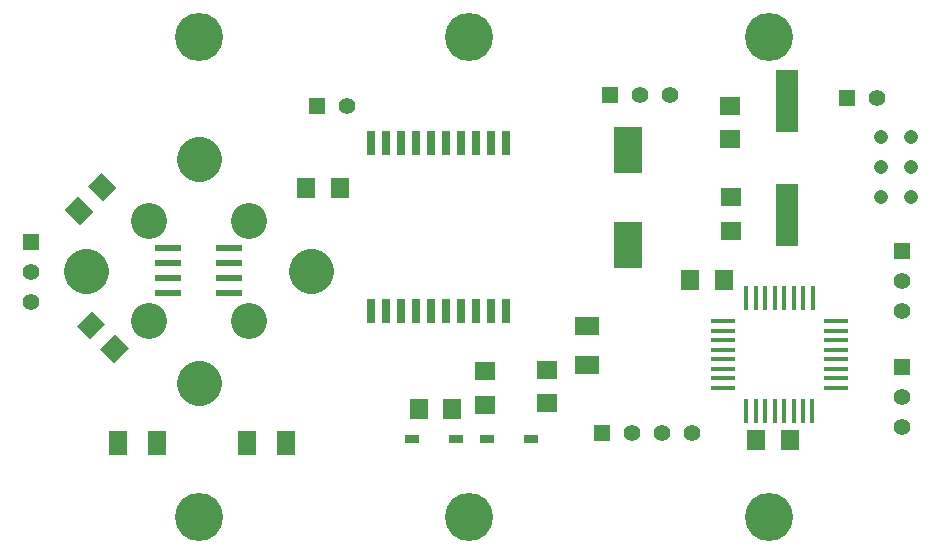
<source format=gts>
G04 ( created by brdgerber.py ( brdgerber.py v0.1 2014-03-12 ) ) date 2021-04-17 02:52:42 EDT*
G04 Gerber Fmt 3.4, Leading zero omitted, Abs format*
%MOIN*%
%FSLAX34Y34*%
G01*
G70*
G90*
G04 APERTURE LIST*
%ADD23R,0.0760X0.2100*%
%ADD19R,0.0787X0.0177*%
%ADD18R,0.0177X0.0787*%
%ADD13R,0.0629X0.0709*%
%ADD10R,0.0866X0.0236*%
%ADD22C,0.0471*%
%ADD12C,0.0550*%
%ADD24C,0.1200*%
%ADD15R,0.0472X0.0275*%
%ADD21R,0.0800X0.0600*%
%ADD11R,0.0550X0.0550*%
%ADD25R,0.0600X0.0800*%
%ADD14R,0.0260X0.0800*%
%ADD20C,0.1500*%
%ADD17R,0.0945X0.1575*%
%ADD26C,0.1600*%
%ADD16R,0.0709X0.0629*%
G04 APERTURE END LIST*
G54D23*
D10*
X00977Y19450D03*
D10*
X03023Y19450D03*
D10*
X00977Y19950D03*
D10*
X00977Y18950D03*
D10*
X00977Y18450D03*
D10*
X03023Y19950D03*
D10*
X03023Y18950D03*
D10*
X03023Y18450D03*
G36*
G01X-02024Y21678D02*
G01X-02468Y21233D01*
G01X-01967Y20732D01*
G01X-01522Y21176D01*
G01X-02024Y21678D01*
G37*
G36*
G01X-01233Y22468D02*
G01X-01678Y22024D01*
G01X-01176Y21522D01*
G01X-00732Y21967D01*
G01X-01233Y22468D01*
G37*
D11*
X23600Y24950D03*
D12*
X24600Y24950D03*
D11*
X15450Y13800D03*
D12*
X16450Y13800D03*
D12*
X17450Y13800D03*
D12*
X18450Y13800D03*
G36*
G01X-01122Y17424D02*
G01X-01567Y17868D01*
G01X-02068Y17367D01*
G01X-01624Y16922D01*
G01X-01122Y17424D01*
G37*
G36*
G01X-00332Y16633D02*
G01X-00776Y17078D01*
G01X-01278Y16576D01*
G01X-00833Y16132D01*
G01X-00332Y16633D01*
G37*
D13*
X19509Y18900D03*
D13*
X18391Y18900D03*
D11*
X25450Y16000D03*
D12*
X25450Y15000D03*
D12*
X25450Y14000D03*
D11*
X15700Y25050D03*
D12*
X16700Y25050D03*
D12*
X17700Y25050D03*
D14*
X12250Y23450D03*
D14*
X11750Y23450D03*
D14*
X11250Y23450D03*
D14*
X10750Y23450D03*
D14*
X10250Y23450D03*
D14*
X09750Y23450D03*
D14*
X09250Y23450D03*
D14*
X08750Y23450D03*
D14*
X08750Y17850D03*
D14*
X09250Y17850D03*
D14*
X09750Y17850D03*
D14*
X10250Y17850D03*
D14*
X10750Y17850D03*
D14*
X11250Y17850D03*
D14*
X11750Y17850D03*
D14*
X12250Y17850D03*
D14*
X08250Y23450D03*
D14*
X07750Y23450D03*
D14*
X08250Y17850D03*
D14*
X07750Y17850D03*
D13*
X09341Y14600D03*
D13*
X10459Y14600D03*
D15*
X13078Y13600D03*
D15*
X11622Y13600D03*
D11*
X05950Y24700D03*
D12*
X06950Y24700D03*
D16*
X11550Y15859D03*
D16*
X11550Y14741D03*
D16*
X13601Y15909D03*
D16*
X13601Y14791D03*
D13*
X06709Y21950D03*
D13*
X05591Y21950D03*
D11*
X-03600Y20150D03*
D12*
X-03600Y19150D03*
D12*
X-03600Y18150D03*
D15*
X10578Y13600D03*
D15*
X09122Y13600D03*
D17*
X16300Y20075D03*
D17*
X16300Y23225D03*
D18*
X20257Y18296D03*
D18*
X20572Y18296D03*
D18*
X20887Y18296D03*
D18*
X21202Y18296D03*
D18*
X21517Y18296D03*
D18*
X21832Y18296D03*
D18*
X22147Y18296D03*
D18*
X22462Y18296D03*
D18*
X22460Y14530D03*
D18*
X20250Y14530D03*
D18*
X20570Y14530D03*
D18*
X20890Y14530D03*
D18*
X21200Y14530D03*
D18*
X21520Y14530D03*
D18*
X21830Y14530D03*
D18*
X22150Y14530D03*
D19*
X23250Y17512D03*
D19*
X23250Y17198D03*
D19*
X23250Y16882D03*
D19*
X23250Y16568D03*
D19*
X23250Y16252D03*
D19*
X23250Y15938D03*
D19*
X23250Y15622D03*
D19*
X23250Y15308D03*
D19*
X19470Y17510D03*
D19*
X19470Y17200D03*
D19*
X19470Y16880D03*
D19*
X19470Y16570D03*
D19*
X19470Y16260D03*
D19*
X19470Y15940D03*
D19*
X19470Y15620D03*
D19*
X19470Y15300D03*
D11*
X25450Y19850D03*
D12*
X25450Y18850D03*
D12*
X25450Y17850D03*
D13*
X21709Y13550D03*
D13*
X20591Y13550D03*
D20*
G01X05740Y19200D02*
G01X05740Y19200D01*
D20*
G01X02000Y22940D02*
G01X02000Y22940D01*
D20*
G01X-01740Y19200D02*
G01X-01740Y19200D01*
D20*
G01X02000Y15460D02*
G01X02000Y15460D01*
D21*
X14950Y16050D03*
D21*
X14950Y17350D03*
D16*
X19700Y23591D03*
D16*
X19700Y24709D03*
D22*
G01X24750Y23650D02*
G01X24750Y23650D01*
D22*
G01X25750Y23650D02*
G01X25750Y23650D01*
D22*
G01X24750Y22650D02*
G01X24750Y22650D01*
D22*
G01X25750Y22650D02*
G01X25750Y22650D01*
D22*
G01X24750Y21650D02*
G01X24750Y21650D01*
D22*
G01X25750Y21650D02*
G01X25750Y21650D01*
D16*
X19750Y21659D03*
D16*
X19750Y20541D03*
D23*
X21600Y24850D03*
D23*
X21600Y21050D03*
D24*
G01X00330Y17530D02*
G01X00330Y17530D01*
D24*
G01X03670Y17530D02*
G01X03670Y17530D01*
D24*
G01X03670Y20870D02*
G01X03670Y20870D01*
D24*
G01X00330Y20870D02*
G01X00330Y20870D01*
D25*
X-00700Y13450D03*
D25*
X00600Y13450D03*
D25*
X03600Y13450D03*
D25*
X04900Y13450D03*
D26*
X02000Y11000D03*
D26*
X11000Y11000D03*
D26*
X02000Y27000D03*
D26*
X21000Y27000D03*
D26*
X11000Y27000D03*
D26*
X21000Y11000D03*
M02*

</source>
